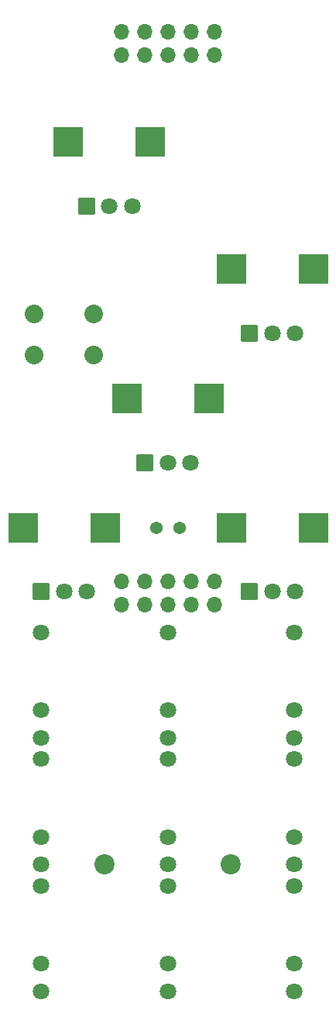
<source format=gbs>
G04 #@! TF.GenerationSoftware,KiCad,Pcbnew,7.0.8*
G04 #@! TF.CreationDate,2024-09-22T22:05:25-04:00*
G04 #@! TF.ProjectId,lichen-bifocals-control-board,6c696368-656e-42d6-9269-666f63616c73,1.0*
G04 #@! TF.SameCoordinates,Original*
G04 #@! TF.FileFunction,Soldermask,Bot*
G04 #@! TF.FilePolarity,Negative*
%FSLAX46Y46*%
G04 Gerber Fmt 4.6, Leading zero omitted, Abs format (unit mm)*
G04 Created by KiCad (PCBNEW 7.0.8) date 2024-09-22 22:05:25*
%MOMM*%
%LPD*%
G01*
G04 APERTURE LIST*
G04 Aperture macros list*
%AMRoundRect*
0 Rectangle with rounded corners*
0 $1 Rounding radius*
0 $2 $3 $4 $5 $6 $7 $8 $9 X,Y pos of 4 corners*
0 Add a 4 corners polygon primitive as box body*
4,1,4,$2,$3,$4,$5,$6,$7,$8,$9,$2,$3,0*
0 Add four circle primitives for the rounded corners*
1,1,$1+$1,$2,$3*
1,1,$1+$1,$4,$5*
1,1,$1+$1,$6,$7*
1,1,$1+$1,$8,$9*
0 Add four rect primitives between the rounded corners*
20,1,$1+$1,$2,$3,$4,$5,0*
20,1,$1+$1,$4,$5,$6,$7,0*
20,1,$1+$1,$6,$7,$8,$9,0*
20,1,$1+$1,$8,$9,$2,$3,0*%
G04 Aperture macros list end*
%ADD10C,1.802400*%
%ADD11RoundRect,0.076200X-0.825000X0.825000X-0.825000X-0.825000X0.825000X-0.825000X0.825000X0.825000X0*%
%ADD12RoundRect,0.076200X-1.558000X1.558000X-1.558000X-1.558000X1.558000X-1.558000X1.558000X1.558000X0*%
%ADD13C,1.371600*%
%ADD14C,2.032000*%
%ADD15C,2.200000*%
%ADD16O,1.700000X1.700000*%
G04 APERTURE END LIST*
D10*
X134004000Y-216929000D03*
X134004000Y-213929000D03*
X134004000Y-205429000D03*
X106297000Y-203077000D03*
X106297000Y-200077000D03*
X106297000Y-191577000D03*
D11*
X129087000Y-173284000D03*
D10*
X131587000Y-173284000D03*
X134087000Y-173284000D03*
D12*
X127087000Y-166284000D03*
X136087000Y-166284000D03*
D11*
X111272000Y-131176000D03*
D10*
X113772000Y-131176000D03*
X116272000Y-131176000D03*
D12*
X109272000Y-124176000D03*
X118272000Y-124176000D03*
D11*
X117650000Y-159203000D03*
D10*
X120150000Y-159203000D03*
X122650000Y-159203000D03*
D12*
X115650000Y-152203000D03*
X124650000Y-152203000D03*
D10*
X120150000Y-216929000D03*
X120150000Y-213929000D03*
X120150000Y-205429000D03*
D11*
X106316000Y-173284000D03*
D10*
X108816000Y-173284000D03*
X111316000Y-173284000D03*
D12*
X104316000Y-166284000D03*
X113316000Y-166284000D03*
D10*
X120150000Y-189223000D03*
X120150000Y-186223000D03*
X120150000Y-177723000D03*
X120150000Y-203077000D03*
X120150000Y-200077000D03*
X120150000Y-191577000D03*
X134004000Y-189223000D03*
X134004000Y-186223000D03*
X134004000Y-177723000D03*
X134004000Y-203077000D03*
X134004000Y-200077000D03*
X134004000Y-191577000D03*
D11*
X129087000Y-145057000D03*
D10*
X131587000Y-145057000D03*
X134087000Y-145057000D03*
D12*
X127087000Y-138057000D03*
X136087000Y-138057000D03*
D10*
X106297000Y-216929000D03*
X106297000Y-213929000D03*
X106297000Y-205429000D03*
D13*
X118880000Y-166284000D03*
X121420000Y-166284000D03*
D10*
X106297000Y-189223000D03*
X106297000Y-186223000D03*
X106297000Y-177723000D03*
D14*
X105564800Y-142909400D03*
X112067200Y-142909400D03*
X105564800Y-147430600D03*
X112067200Y-147430600D03*
D15*
X113223000Y-203077000D03*
X127077000Y-203077000D03*
D16*
X125230000Y-174720000D03*
X125230000Y-172180000D03*
X122690000Y-174720000D03*
X122690000Y-172180000D03*
X120150000Y-174720000D03*
X120150000Y-172180000D03*
X117610000Y-174720000D03*
X117610000Y-172180000D03*
X115070000Y-174720000D03*
X115070000Y-172180000D03*
X125230000Y-114690000D03*
X125230000Y-112150000D03*
X122690000Y-114690000D03*
X122690000Y-112150000D03*
X120150000Y-114690000D03*
X120150000Y-112150000D03*
X117610000Y-114690000D03*
X117610000Y-112150000D03*
X115070000Y-114690000D03*
X115070000Y-112150000D03*
M02*

</source>
